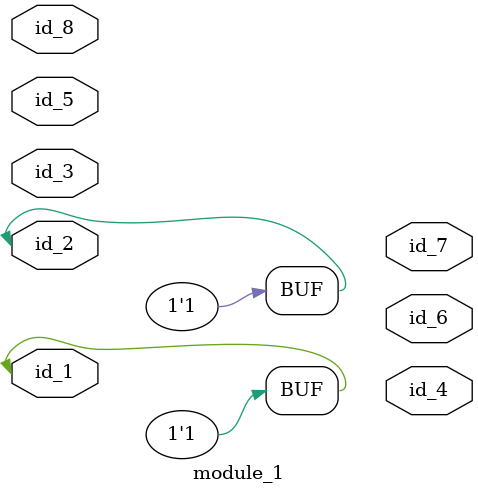
<source format=v>
module module_0 ();
  assign id_1 = id_1;
  wire id_2;
endmodule
module module_1 (
    id_1,
    id_2,
    id_3,
    id_4,
    id_5,
    id_6,
    id_7,
    id_8
);
  inout wire id_8;
  output wire id_7;
  output wire id_6;
  input wire id_5;
  output wire id_4;
  inout wire id_3;
  inout wire id_2;
  inout wire id_1;
  always begin : LABEL_0
    id_1 = 1;
  end
  assign id_2 = 1;
  assign id_4[1] = id_1;
  assign id_4[1] = 1;
  module_0 modCall_1 ();
endmodule

</source>
